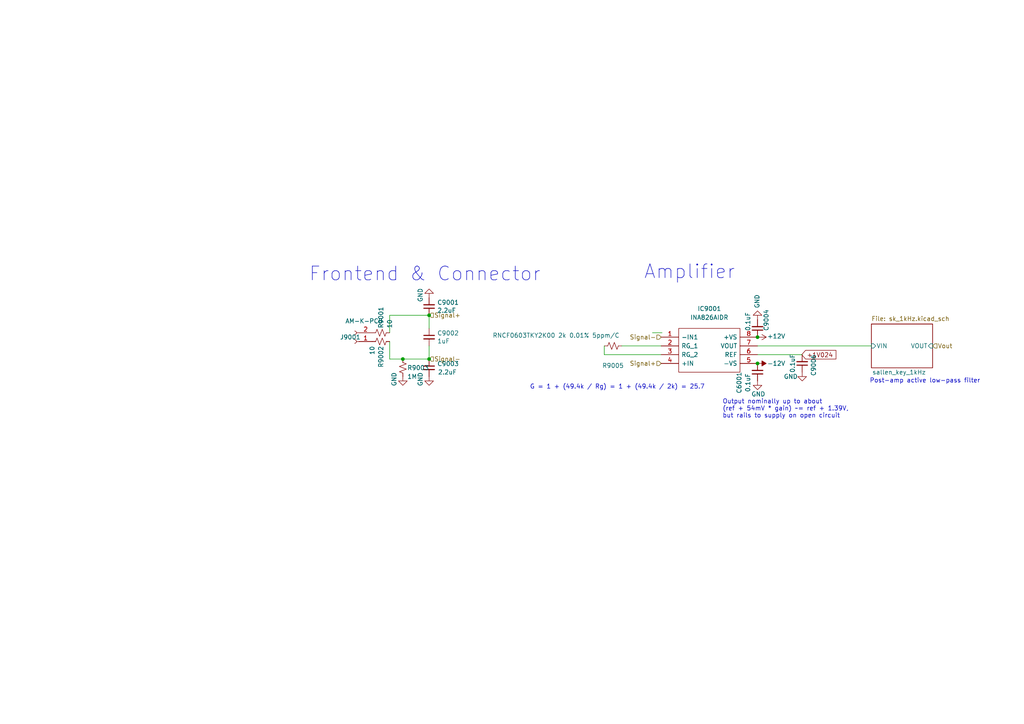
<source format=kicad_sch>
(kicad_sch (version 20231120) (generator "eeschema") (generator_version "8.0")
  (paper "A4")
  (lib_symbols
    (symbol "Connector:Conn_01x02_Female" (pin_names (offset 1.016) hide)
      (property "Reference" "J" (at 0 2.54 0))
      (property "Value" "Conn_01x02_Female" (at 0 -5.08 0))
      (symbol "Conn_01x02_Female_1_1"
        (arc (start 0 -2.032) (mid -0.5058 -2.54) (end 0 -3.048) (stroke (width 0.1524)))
        (polyline (pts (xy -1.27 -2.54) (xy -0.508 -2.54)) (stroke (width 0.1524)))
        (polyline (pts (xy -1.27 0) (xy -0.508 0)) (stroke (width 0.1524)))
        (arc (start 0 0.508) (mid -0.5058 0) (end 0 -0.508) (stroke (width 0.1524)))
        (pin passive line (at -5.08 0 0) (length 3.81) (name "Pin_1") (number "1"))
        (pin passive line (at -5.08 -2.54 0) (length 3.81) (name "Pin_2") (number "2"))
      )
    )
    (symbol "Device:C_Small" (pin_numbers hide) (pin_names (offset 0.254) hide)
      (property "Reference" "C" (at 0.254 1.778 0))
      (property "Value" "C_Small" (at 0.254 -2.032 0))
      (symbol "C_Small_0_1"
        (polyline (pts (xy -1.524 -0.508) (xy 1.524 -0.508)) (stroke (width 0.3302)))
        (polyline (pts (xy -1.524 0.508) (xy 1.524 0.508)) (stroke (width 0.3048)))
      )
      (symbol "C_Small_1_1"
        (pin passive line (at 0 2.54 270) (length 2.032) (name "~") (number "1"))
        (pin passive line (at 0 -2.54 90) (length 2.032) (name "~") (number "2"))
      )
    )
    (symbol "Device:R_Small_US" (pin_numbers hide) (pin_names (offset 0.254) hide)
      (property "Reference" "R" (at 0.762 0.508 0))
      (property "Value" "R_Small_US" (at 0.762 -1.016 0))
      (symbol "R_Small_US_1_1"
        (polyline (pts (xy 0 0) (xy 1.016 -0.381) (xy 0 -0.762) (xy -1.016 -1.143) (xy 0 -1.524)))
        (polyline (pts (xy 0 1.524) (xy 1.016 1.143) (xy 0 0.762) (xy -1.016 0.381) (xy 0 0)))
        (pin passive line (at 0 2.54 270) (length 1.016) (name "~") (number "1"))
        (pin passive line (at 0 -2.54 90) (length 1.016) (name "~") (number "2"))
      )
    )
    (symbol "aaa:INA826AIDR" (pin_names (offset 0.762))
      (property "Reference" "IC" (at 24.13 7.62 0))
      (property "Value" "INA826AIDR" (at 24.13 5.08 0))
      (symbol "INA826AIDR_0_0"
        (pin passive line (at 0 0 0) (length 5.08) (name "-IN1") (number "1"))
        (pin passive line (at 0 -2.54 0) (length 5.08) (name "RG_1") (number "2"))
        (pin passive line (at 0 -5.08 0) (length 5.08) (name "RG_2") (number "3"))
        (pin passive line (at 0 -7.62 0) (length 5.08) (name "+IN") (number "4"))
        (pin passive line (at 27.94 -7.62 180) (length 5.08) (name "-VS") (number "5"))
        (pin passive line (at 27.94 -5.08 180) (length 5.08) (name "REF") (number "6"))
        (pin passive line (at 27.94 -2.54 180) (length 5.08) (name "VOUT") (number "7"))
        (pin passive line (at 27.94 0 180) (length 5.08) (name "+VS") (number "8"))
      )
      (symbol "INA826AIDR_0_1"
        (polyline (pts (xy 5.08 2.54) (xy 22.86 2.54) (xy 22.86 -10.16) (xy 5.08 -10.16) (xy 5.08 2.54)) (stroke (width 0.1524)))
      )
    )
    (symbol "power:+12V" (power) (pin_numbers hide) (pin_names (offset 0) hide)
      (property "Value" "+12V" (at 0 3.556 0))
      (symbol "+12V_0_1"
        (polyline (pts (xy -0.762 1.27) (xy 0 2.54)))
        (polyline (pts (xy 0 0) (xy 0 2.54)))
        (polyline (pts (xy 0 2.54) (xy 0.762 1.27)))
      )
      (symbol "+12V_1_1"
        (pin power_in line (at 0 0 90) (length 0) (name "~") (number "1"))
      )
    )
    (symbol "power:-12V" (power) (pin_numbers hide) (pin_names (offset 0) hide)
      (property "Value" "-12V" (at 0 3.556 0))
      (symbol "-12V_0_0"
        (pin power_in line (at 0 0 90) (length 0) (name "~") (number "1"))
      )
      (symbol "-12V_0_1"
        (polyline (pts (xy 0 0) (xy 0 1.27) (xy 0.762 1.27) (xy 0 2.54) (xy -0.762 1.27) (xy 0 1.27)) (fill (type outline)))
      )
    )
    (symbol "power:GND" (power) (pin_names (offset 0))
      (property "Value" "GND" (at 0 -3.81 0))
      (symbol "GND_0_1"
        (polyline (pts (xy 0 0) (xy 0 -1.27) (xy 1.27 -1.27) (xy 0 -2.54) (xy -1.27 -1.27) (xy 0 -1.27)))
      )
      (symbol "GND_1_1"
        (pin power_in line (at 0 0 270) (length 0) hide (name "GND") (number "1"))
      )
    )
  )
  (junction (at 124.46 104.14))
  (junction (at 219.71 97.79))
  (junction (at 116.84 104.14))
  (junction (at 219.71 105.41))
  (junction (at 124.46 91.44))
  (wire (pts (xy 113.03 104.14) (xy 116.84 104.14)))
  (wire (pts (xy 219.71 100.33) (xy 252.73 100.33)))
  (wire (pts (xy 124.46 95.25) (xy 124.46 91.44)))
  (wire (pts (xy 113.03 91.44) (xy 124.46 91.44)))
  (wire (pts (xy 175.26 100.33) (xy 175.26 102.87)))
  (wire (pts (xy 189.23 96.52) (xy 192.024 96.52)))
  (wire (pts (xy 113.03 96.52) (xy 113.03 91.44)))
  (wire (pts (xy 116.84 104.14) (xy 124.46 104.14)))
  (wire (pts (xy 180.34 100.33) (xy 191.77 100.33)))
  (wire (pts (xy 219.71 102.87) (xy 232.664 102.87)))
  (wire (pts (xy 113.03 99.06) (xy 113.03 104.14)))
  (wire (pts (xy 124.46 100.33) (xy 124.46 104.14)))
  (wire (pts (xy 175.26 102.87) (xy 191.77 102.87)))
  (text "G = 1 + (49.4k / Rg) = 1 + (49.4k / 2k) = 25.7" (at 153.67 113.03 0) (effects (font (size 1.27 1.27)) (justify left bottom)))
  (text "Amplifier" (at 186.69 81.28 0) (effects (font (size 4 4)) (justify left bottom)))
  (text "Output nominally up to about\n(ref + 54mV * gain) ~= ref + 1.39V,\nbut rails to supply on open circuit" (at 209.55 121.412 0) (effects (font (size 1.27 1.27)) (justify left bottom)))
  (text "Post-amp active low-pass filter" (at 252.222 111.252 0) (effects (font (size 1.27 1.27)) (justify left bottom)))
  (text "Frontend & Connector" (at 89.535 81.915 0) (effects (font (size 4 4)) (justify left bottom)))
  (global_label "+1V024" (shape input) (at 232.537 102.87 0) (property "Intersheetrefs" "${INTERSHEET_REFS}" (effects (hide yes))))
  (hierarchical_label "Signal-" (shape input) (at 191.77 97.79 180))
  (hierarchical_label "Signal+" (shape input) (at 124.46 91.44 0))
  (hierarchical_label "Signal+" (shape input) (at 191.77 105.41 180))
  (hierarchical_label "Signal-" (shape input) (at 124.46 104.14 0))
  (hierarchical_label "Vout" (shape input) (at 270.51 100.33 0))
  (symbol (lib_id "Connector:Conn_01x02_Female") (at 102.87 99.06 180) (unit 1)
    (property "Reference" "J9001" (at 101.6 97.79 0))
    (property "Value" "AM-K-PCB" (at 105.6132 93.1164 0))
    (property "Footprint" "aaa:AM-K-PCB" (effects (hide yes)))
    (property "LCSC" "C9900157061" (effects (hide yes)))
    (instances (project "simplicity_analog_1" (path "" (reference "J9001") (unit 1)) (path "" (reference "J15001") (unit 1))) (project "analog_frontend_panel" (path "" (reference "J12") (unit 1)) (path "" (reference "J13") (unit 1))))
  )
  (symbol (lib_id "Device:C_Small") (at 124.46 97.79 0) (unit 1)
    (property "Reference" "C9002" (at 126.7968 96.6216 0) (effects (justify left)))
    (property "Value" "1uF" (at 126.7968 98.933 0) (effects (justify left)))
    (property "Footprint" "Capacitor_SMD:C_0402_1005Metric" (effects (hide yes)))
    (instances (project "simplicity_analog_1" (path "" (reference "C9002") (unit 1)) (path "" (reference "C15002") (unit 1))) (project "analog_frontend_panel" (path "" (reference "C2") (unit 1)) (path "" (reference "C8") (unit 1))))
  )
  (symbol (lib_id "Device:C_Small") (at 124.46 106.68 0) (unit 1)
    (property "Reference" "C9003" (at 126.7968 105.5116 0) (effects (justify left)))
    (property "Value" "2.2uF" (at 127 107.95 0) (effects (justify left)))
    (property "Footprint" "Capacitor_SMD:C_0402_1005Metric" (effects (hide yes)))
    (instances (project "simplicity_analog_1" (path "" (reference "C9003") (unit 1)) (path "" (reference "C15003") (unit 1))) (project "analog_frontend_panel" (path "" (reference "C3") (unit 1)) (path "" (reference "C9") (unit 1))))
  )
  (symbol (lib_id "power:GND") (at 124.46 109.22 0) (unit 1)
    (property "Reference" "#PWR09003" (effects (hide yes)))
    (property "Value" "GND" (at 121.92 107.95 90) (effects (justify right)))
    (instances (project "simplicity_analog_1" (path "" (reference "#PWR09003") (unit 1)) (path "" (reference "#PWR015003") (unit 1))) (project "analog_frontend_panel" (path "" (reference "#PWR017") (unit 1)) (path "" (reference "#PWR024") (unit 1))))
  )
  (symbol (lib_id "Device:C_Small") (at 124.46 88.9 180) (unit 1)
    (property "Reference" "C9001" (at 126.7968 87.7316 0) (effects (justify right)))
    (property "Value" "2.2uF" (at 126.7968 90.043 0) (effects (justify right)))
    (property "Footprint" "Capacitor_SMD:C_0402_1005Metric" (effects (hide yes)))
    (instances (project "simplicity_analog_1" (path "" (reference "C9001") (unit 1)) (path "" (reference "C15001") (unit 1))) (project "analog_frontend_panel" (path "" (reference "C1") (unit 1)) (path "" (reference "C7") (unit 1))))
  )
  (symbol (lib_id "power:GND") (at 124.46 86.36 180) (unit 1)
    (property "Reference" "#PWR09002" (effects (hide yes)))
    (property "Value" "GND" (at 121.92 87.63 90) (effects (justify right)))
    (instances (project "simplicity_analog_1" (path "" (reference "#PWR09002") (unit 1)) (path "" (reference "#PWR015002") (unit 1))) (project "analog_frontend_panel" (path "" (reference "#PWR016") (unit 1)) (path "" (reference "#PWR023") (unit 1))))
  )
  (symbol (lib_id "Device:R_Small_US") (at 116.84 106.68 0) (unit 1)
    (property "Reference" "R9003" (at 118.11 106.68 0) (effects (justify left)))
    (property "Value" "1M" (at 118.11 109.22 0) (effects (justify left)))
    (property "Footprint" "Resistor_SMD:R_0402_1005Metric" (effects (hide yes)))
    (instances (project "simplicity_analog_1" (path "" (reference "R9003") (unit 1)) (path "" (reference "R15003") (unit 1))) (project "analog_frontend_panel" (path "" (reference "R4") (unit 1)) (path "" (reference "R9") (unit 1))))
  )
  (symbol (lib_id "power:GND") (at 116.84 109.22 0) (unit 1)
    (property "Reference" "#PWR09001" (effects (hide yes)))
    (property "Value" "GND" (at 114.3 107.95 90) (effects (justify right)))
    (instances (project "simplicity_analog_1" (path "" (reference "#PWR09001") (unit 1)) (path "" (reference "#PWR015001") (unit 1))) (project "analog_frontend_panel" (path "" (reference "#PWR015") (unit 1)) (path "" (reference "#PWR022") (unit 1))))
  )
  (symbol (lib_id "Device:R_Small_US") (at 110.49 96.52 90) (unit 1)
    (property "Reference" "R9001" (at 110.49 95.25 0) (effects (justify left)))
    (property "Value" "10" (at 113.03 95.25 0) (effects (justify left)))
    (property "Footprint" "Resistor_SMD:R_0402_1005Metric" (effects (hide yes)))
    (property "LCSC" "C25077" (effects (hide yes)))
    (instances (project "simplicity_analog_1" (path "" (reference "R9001") (unit 1)) (path "" (reference "R15001") (unit 1))) (project "analog_frontend_panel" (path "" (reference "R2") (unit 1)) (path "" (reference "R7") (unit 1))))
  )
  (symbol (lib_id "Device:R_Small_US") (at 110.49 99.06 270) (unit 1)
    (property "Reference" "R9002" (at 110.49 100.33 0) (effects (justify left)))
    (property "Value" "10" (at 107.95 100.33 0) (effects (justify left)))
    (property "Footprint" "Resistor_SMD:R_0402_1005Metric" (effects (hide yes)))
    (property "Datasheet" "C25077" (effects (hide yes)))
    (instances (project "simplicity_analog_1" (path "" (reference "R9002") (unit 1)) (path "" (reference "R15002") (unit 1))) (project "analog_frontend_panel" (path "" (reference "R3") (unit 1)) (path "" (reference "R8") (unit 1))))
  )
  (symbol (lib_id "power:GND") (at 232.664 107.95 0) (unit 1)
    (property "Reference" "#PWR09007" (effects (hide yes)))
    (property "Value" "GND" (at 231.394 109.22 0) (effects (justify right)))
    (instances (project "simplicity_analog_1" (path "" (reference "#PWR09007") (unit 1)) (path "" (reference "#PWR015007") (unit 1))) (project "analog_frontend_panel" (path "" (reference "#PWR021") (unit 1)) (path "" (reference "#PWR028") (unit 1))))
  )
  (symbol (lib_id "power:GND") (at 219.71 110.49 0) (unit 1)
    (property "Reference" "#PWR6003" (effects (hide yes)))
    (property "Value" "GND" (at 221.996 114.3 0) (effects (justify right)))
    (instances (project "analog_frontend_panel" (path "" (reference "#PWR6003") (unit 1)) (path "" (reference "#PWR7003") (unit 1))))
  )
  (symbol (lib_id "Device:C_Small") (at 232.664 105.41 180) (unit 1)
    (property "Reference" "C9006" (at 235.966 105.918 90))
    (property "Value" "0.1uF" (at 229.87 105.41 90))
    (property "Footprint" "Capacitor_SMD:C_0402_1005Metric" (effects (hide yes)))
    (instances (project "simplicity_analog_1" (path "" (reference "C9006") (unit 1)) (path "" (reference "C15006") (unit 1))) (project "analog_frontend_panel" (path "" (reference "C6") (unit 1)) (path "" (reference "C12") (unit 1))))
  )
  (symbol (lib_id "power:-12V") (at 219.71 105.41 270) (unit 1)
    (property "Reference" "#PWR6001" (effects (hide yes)))
    (property "Value" "-12V" (at 222.504 105.41 90) (effects (justify left)))
    (property "Description" "Power symbol creates a global label with name \"-12V\"" (effects (hide yes)))
    (instances (project "" (path "" (reference "#PWR6001") (unit 1)) (path "" (reference "#PWR7001") (unit 1))))
  )
  (symbol (lib_id "Device:C_Small") (at 219.71 95.25 180) (unit 1)
    (property "Reference" "C9004" (at 222.25 96.012 90) (effects (justify right)))
    (property "Value" "0.1uF" (at 216.916 96.012 90) (effects (justify right)))
    (property "Footprint" "Capacitor_SMD:C_0402_1005Metric" (effects (hide yes)))
    (instances (project "simplicity_analog_1" (path "" (reference "C9004") (unit 1)) (path "" (reference "C15004") (unit 1))) (project "analog_frontend_panel" (path "" (reference "C4") (unit 1)) (path "" (reference "C10") (unit 1))))
  )
  (symbol (lib_id "aaa:INA826AIDR") (at 191.77 97.79 0) (unit 1)
    (property "Reference" "IC9001" (at 205.74 89.535 0))
    (property "Value" "INA826AIDR" (at 205.74 92.075 0))
    (property "Footprint" "aaa:SOIC127P600X175-8N" (effects (hide yes)))
    (property "Datasheet" "http://www.ti.com/lit/gpn/ina826" (effects (hide yes)))
    (property "Description" "Precision, 200-uA Supply Current, 36-V Supply Instrumentation Amplifier" (effects (hide yes)))
    (property "Height" "1.75" (effects (hide yes)))
    (property "Manufacturer_Name" "Texas Instruments" (effects (hide yes)))
    (property "Manufacturer_Part_Number" "INA826AIDR" (effects (hide yes)))
    (property "Mouser Part Number" "595-INA826AIDR" (effects (hide yes)))
    (property "Mouser Price/Stock" "https://www.mouser.co.uk/ProductDetail/Texas-Instruments/INA826AIDR?qs=RqytGdBYyUFuQNJtlkA6aQ%3D%3D" (effects (hide yes)))
    (property "Arrow Part Number" "INA826AIDR" (effects (hide yes)))
    (property "Arrow Price/Stock" "https://www.arrow.com/en/products/ina826aidr/texas-instruments?region=nac" (effects (hide yes)))
    (property "LCSC" "C38433" (effects (hide yes)))
    (instances (project "simplicity_analog_1" (path "" (reference "IC9001") (unit 1)) (path "" (reference "IC15001") (unit 1))) (project "analog_frontend_panel" (path "" (reference "IC1") (unit 1)) (path "" (reference "IC2") (unit 1))))
  )
  (symbol (lib_id "Device:R_Small_US") (at 177.8 100.33 270) (unit 1)
    (property "Reference" "R9005" (at 177.8 106.045 90))
    (property "Value" "RNCF0603TKY2K00 2k 0.01% 5ppm/C" (at 161.29 97.282 90))
    (property "Footprint" "Resistor_SMD:R_0603_1608Metric" (effects (hide yes)))
    (property "LCSC" "C346578" (effects (hide yes)))
    (instances (project "simplicity_analog_1" (path "" (reference "R9005") (unit 1)) (path "" (reference "R15005") (unit 1))) (project "analog_frontend_panel" (path "" (reference "R6") (unit 1)) (path "" (reference "R11") (unit 1))))
  )
  (symbol (lib_id "power:+12V") (at 219.71 97.79 270) (unit 1)
    (property "Reference" "#PWR6002" (effects (hide yes)))
    (property "Value" "+12V" (at 222.504 97.536 90) (effects (justify left)))
    (property "Description" "Power symbol creates a global label with name \"+12V\"" (effects (hide yes)))
    (instances (project "" (path "" (reference "#PWR6002") (unit 1)) (path "" (reference "#PWR7002") (unit 1))))
  )
  (symbol (lib_id "power:GND") (at 219.71 92.71 180) (unit 1)
    (property "Reference" "#PWR09005" (effects (hide yes)))
    (property "Value" "GND" (at 219.583 89.4588 90) (effects (justify right)))
    (instances (project "simplicity_analog_1" (path "" (reference "#PWR09005") (unit 1)) (path "" (reference "#PWR015005") (unit 1))) (project "analog_frontend_panel" (path "" (reference "#PWR019") (unit 1)) (path "" (reference "#PWR026") (unit 1))))
  )
  (symbol (lib_id "Device:C_Small") (at 219.71 107.95 180) (unit 1)
    (property "Reference" "C6001" (at 214.376 110.998 90))
    (property "Value" "0.1uF" (at 216.916 110.998 90))
    (property "Footprint" "Capacitor_SMD:C_0402_1005Metric" (effects (hide yes)))
    (instances (project "analog_frontend_panel" (path "" (reference "C6001") (unit 1)) (path "" (reference "C7001") (unit 1))))
  )
  (sheet (at 252.73 93.98) (size 17.78 12.7) (stroke (width 0.1524))
    (property "Sheetname" "sallen_key_1kHz" (at 252.984 108.712 0) (effects (justify left bottom)))
    (property "Sheetfile" "sk_1kHz.kicad_sch" (at 252.73 91.694 0) (effects (justify left top)))
    (pin "VIN" input (at 252.73 100.33 180))
    (pin "VOUT" input (at 270.51 100.33 0))
  )
)
</source>
